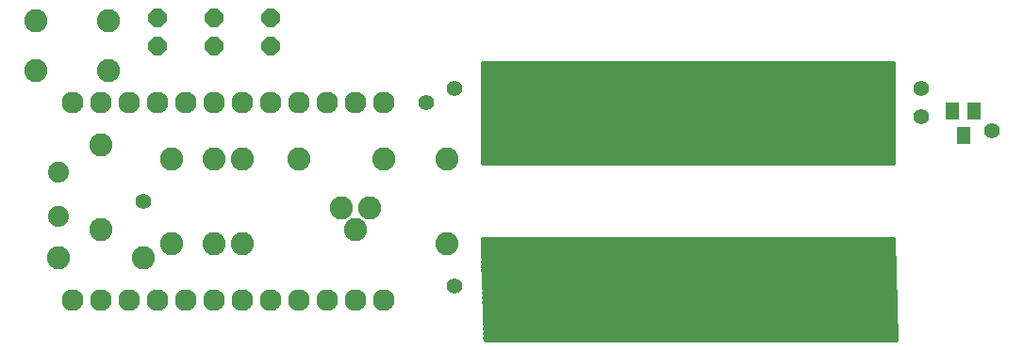
<source format=gts>
G75*
G70*
%OFA0B0*%
%FSLAX24Y24*%
%IPPOS*%
%LPD*%
%AMOC8*
5,1,8,0,0,1.08239X$1,22.5*
%
%ADD10C,0.0160*%
%ADD11C,0.0770*%
%ADD12C,0.0820*%
%ADD13C,0.0740*%
%ADD14OC8,0.0640*%
%ADD15R,0.0474X0.0631*%
%ADD16C,0.0556*%
D10*
X017200Y000280D02*
X031700Y000280D01*
X031600Y003830D01*
X017100Y003830D01*
X017200Y000280D01*
X017198Y000347D02*
X031698Y000347D01*
X031694Y000506D02*
X017194Y000506D01*
X017189Y000664D02*
X031689Y000664D01*
X031685Y000823D02*
X017185Y000823D01*
X017180Y000981D02*
X031680Y000981D01*
X031676Y001140D02*
X017176Y001140D01*
X017171Y001298D02*
X031671Y001298D01*
X031667Y001457D02*
X017167Y001457D01*
X017162Y001615D02*
X031662Y001615D01*
X031658Y001774D02*
X017158Y001774D01*
X017153Y001932D02*
X031653Y001932D01*
X031649Y002091D02*
X017149Y002091D01*
X017145Y002249D02*
X031645Y002249D01*
X031640Y002408D02*
X017140Y002408D01*
X017136Y002566D02*
X031636Y002566D01*
X031631Y002725D02*
X017131Y002725D01*
X017127Y002883D02*
X031627Y002883D01*
X031622Y003042D02*
X017122Y003042D01*
X017118Y003200D02*
X031618Y003200D01*
X031613Y003359D02*
X017113Y003359D01*
X017109Y003517D02*
X031609Y003517D01*
X031604Y003676D02*
X017104Y003676D01*
X017100Y006530D02*
X017100Y010080D01*
X031600Y010080D01*
X031600Y006530D01*
X017100Y006530D01*
X017100Y006687D02*
X031600Y006687D01*
X031600Y006846D02*
X017100Y006846D01*
X017100Y007004D02*
X031600Y007004D01*
X031600Y007163D02*
X017100Y007163D01*
X017100Y007321D02*
X031600Y007321D01*
X031600Y007480D02*
X017100Y007480D01*
X017100Y007638D02*
X031600Y007638D01*
X031600Y007797D02*
X017100Y007797D01*
X017100Y007955D02*
X031600Y007955D01*
X031600Y008114D02*
X017100Y008114D01*
X017100Y008272D02*
X031600Y008272D01*
X031600Y008431D02*
X017100Y008431D01*
X017100Y008589D02*
X031600Y008589D01*
X031600Y008748D02*
X017100Y008748D01*
X017100Y008906D02*
X031600Y008906D01*
X031600Y009065D02*
X017100Y009065D01*
X017100Y009223D02*
X031600Y009223D01*
X031600Y009382D02*
X017100Y009382D01*
X017100Y009540D02*
X031600Y009540D01*
X031600Y009699D02*
X017100Y009699D01*
X017100Y009857D02*
X031600Y009857D01*
X031600Y010016D02*
X017100Y010016D01*
D11*
X002600Y001680D03*
X003600Y001680D03*
X004600Y001680D03*
X005600Y001680D03*
X006600Y001680D03*
X007600Y001680D03*
X008600Y001680D03*
X009600Y001680D03*
X010600Y001680D03*
X011600Y001680D03*
X012600Y001680D03*
X013600Y001680D03*
X013600Y008680D03*
X012600Y008680D03*
X011600Y008680D03*
X010600Y008680D03*
X009600Y008680D03*
X008600Y008680D03*
X007600Y008680D03*
X006600Y008680D03*
X005600Y008680D03*
X004600Y008680D03*
X003600Y008680D03*
X002600Y008680D03*
D12*
X001320Y009790D03*
X003880Y009790D03*
X003880Y011570D03*
X001320Y011570D03*
X003600Y007180D03*
X006100Y006680D03*
X007600Y006680D03*
X008600Y006680D03*
X010600Y006680D03*
X013600Y006680D03*
X015850Y006680D03*
X013100Y004930D03*
X012100Y004930D03*
X012600Y004180D03*
X015850Y003680D03*
X008600Y003680D03*
X007600Y003680D03*
X006100Y003680D03*
X005100Y003180D03*
X003600Y004180D03*
X002100Y003180D03*
D13*
X002100Y004643D03*
X002100Y006217D03*
D14*
X005600Y010680D03*
X007600Y010680D03*
X009600Y010680D03*
X009600Y011680D03*
X007600Y011680D03*
X005600Y011680D03*
D15*
X033726Y008363D03*
X034474Y008363D03*
X034100Y007497D03*
D16*
X035100Y007680D03*
X032600Y008180D03*
X031100Y008180D03*
X031100Y007180D03*
X028100Y007180D03*
X028100Y008180D03*
X028100Y009180D03*
X031100Y009180D03*
X032600Y009180D03*
X024600Y009180D03*
X024600Y008180D03*
X024600Y007180D03*
X021100Y007180D03*
X021100Y008180D03*
X021100Y009180D03*
X017600Y009180D03*
X016100Y009180D03*
X015100Y008680D03*
X017600Y008180D03*
X017600Y007180D03*
X017600Y003180D03*
X017600Y002180D03*
X016100Y002180D03*
X017600Y001180D03*
X021100Y001180D03*
X021100Y002180D03*
X021100Y003180D03*
X024600Y003180D03*
X024600Y002180D03*
X024600Y001180D03*
X028100Y001180D03*
X028100Y002180D03*
X028100Y003180D03*
X031100Y003180D03*
X031100Y002180D03*
X031100Y001180D03*
X005100Y005180D03*
M02*

</source>
